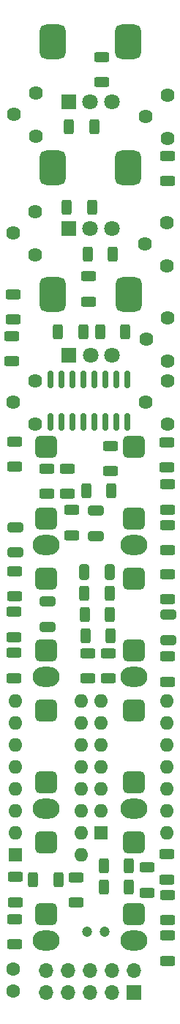
<source format=gbr>
%TF.GenerationSoftware,KiCad,Pcbnew,7.0.2*%
%TF.CreationDate,2023-06-12T17:36:46-04:00*%
%TF.ProjectId,as3340_no_mux,61733333-3430-45f6-9e6f-5f6d75782e6b,rev?*%
%TF.SameCoordinates,Original*%
%TF.FileFunction,Soldermask,Bot*%
%TF.FilePolarity,Negative*%
%FSLAX46Y46*%
G04 Gerber Fmt 4.6, Leading zero omitted, Abs format (unit mm)*
G04 Created by KiCad (PCBNEW 7.0.2) date 2023-06-12 17:36:46*
%MOMM*%
%LPD*%
G01*
G04 APERTURE LIST*
G04 Aperture macros list*
%AMRoundRect*
0 Rectangle with rounded corners*
0 $1 Rounding radius*
0 $2 $3 $4 $5 $6 $7 $8 $9 X,Y pos of 4 corners*
0 Add a 4 corners polygon primitive as box body*
4,1,4,$2,$3,$4,$5,$6,$7,$8,$9,$2,$3,0*
0 Add four circle primitives for the rounded corners*
1,1,$1+$1,$2,$3*
1,1,$1+$1,$4,$5*
1,1,$1+$1,$6,$7*
1,1,$1+$1,$8,$9*
0 Add four rect primitives between the rounded corners*
20,1,$1+$1,$2,$3,$4,$5,0*
20,1,$1+$1,$4,$5,$6,$7,0*
20,1,$1+$1,$6,$7,$8,$9,0*
20,1,$1+$1,$8,$9,$2,$3,0*%
G04 Aperture macros list end*
%ADD10O,3.100000X2.300000*%
%ADD11RoundRect,0.650000X-0.650000X-0.650000X0.650000X-0.650000X0.650000X0.650000X-0.650000X0.650000X0*%
%ADD12C,1.600000*%
%ADD13R,1.800000X1.800000*%
%ADD14C,1.800000*%
%ADD15RoundRect,0.750000X0.750000X-1.250000X0.750000X1.250000X-0.750000X1.250000X-0.750000X-1.250000X0*%
%ADD16RoundRect,0.250000X-0.312500X-0.625000X0.312500X-0.625000X0.312500X0.625000X-0.312500X0.625000X0*%
%ADD17RoundRect,0.250000X0.325000X0.650000X-0.325000X0.650000X-0.325000X-0.650000X0.325000X-0.650000X0*%
%ADD18C,1.620000*%
%ADD19RoundRect,0.250000X0.625000X-0.312500X0.625000X0.312500X-0.625000X0.312500X-0.625000X-0.312500X0*%
%ADD20RoundRect,0.250000X-0.625000X0.312500X-0.625000X-0.312500X0.625000X-0.312500X0.625000X0.312500X0*%
%ADD21RoundRect,0.250000X0.312500X0.625000X-0.312500X0.625000X-0.312500X-0.625000X0.312500X-0.625000X0*%
%ADD22R,1.600000X1.600000*%
%ADD23O,1.600000X1.600000*%
%ADD24RoundRect,0.150000X-0.150000X0.825000X-0.150000X-0.825000X0.150000X-0.825000X0.150000X0.825000X0*%
%ADD25RoundRect,0.250000X0.650000X-0.325000X0.650000X0.325000X-0.650000X0.325000X-0.650000X-0.325000X0*%
%ADD26R,1.700000X1.700000*%
%ADD27O,1.700000X1.700000*%
%ADD28RoundRect,0.250000X-0.650000X0.325000X-0.650000X-0.325000X0.650000X-0.325000X0.650000X0.325000X0*%
%ADD29C,1.200000*%
G04 APERTURE END LIST*
D10*
%TO.C,J15*%
X193040000Y-140716000D03*
D11*
X193040000Y-129316000D03*
X193040000Y-137616000D03*
%TD*%
D10*
%TO.C,J1*%
X182880000Y-125476000D03*
D11*
X182880000Y-114076000D03*
X182880000Y-122376000D03*
%TD*%
D10*
%TO.C,J5*%
X182880000Y-140716000D03*
D11*
X182880000Y-129316000D03*
X182880000Y-137616000D03*
%TD*%
D12*
%TO.C,D1*%
X179070000Y-146538000D03*
X179070000Y-144038000D03*
%TD*%
D10*
%TO.C,J2*%
X182880000Y-94996000D03*
D11*
X182880000Y-83596000D03*
X182880000Y-91896000D03*
%TD*%
D10*
%TO.C,J12*%
X193040000Y-94996000D03*
D11*
X193040000Y-83596000D03*
X193040000Y-91896000D03*
%TD*%
D13*
%TO.C,THONKY_FINE_CV1*%
X185500000Y-58420000D03*
D14*
X188000000Y-58420000D03*
X190500000Y-58420000D03*
D15*
X183600000Y-51420000D03*
X192400000Y-51420000D03*
%TD*%
D10*
%TO.C,J13*%
X193040000Y-110236000D03*
D11*
X193040000Y-98836000D03*
X193040000Y-107136000D03*
%TD*%
D10*
%TO.C,J4*%
X182880000Y-110236000D03*
D11*
X182880000Y-98836000D03*
X182880000Y-107136000D03*
%TD*%
D13*
%TO.C,THONKY_COURSE_CV1*%
X185500000Y-43775000D03*
D14*
X188000000Y-43775000D03*
X190500000Y-43775000D03*
D15*
X183600000Y-36775000D03*
X192400000Y-36775000D03*
%TD*%
D13*
%TO.C,THONKY_PWM1*%
X185505000Y-73040000D03*
D14*
X188005000Y-73040000D03*
X190505000Y-73040000D03*
D15*
X183605000Y-66040000D03*
X192405000Y-66040000D03*
%TD*%
D10*
%TO.C,J14*%
X193040000Y-125476000D03*
D11*
X193040000Y-114076000D03*
X193040000Y-122376000D03*
%TD*%
D16*
%TO.C,R46*%
X189545500Y-134493000D03*
X192470500Y-134493000D03*
%TD*%
D17*
%TO.C,C1*%
X190247800Y-98145600D03*
X187297800Y-98145600D03*
%TD*%
D18*
%TO.C,NOT_THOONKY_SineBiasTrim1*%
X181610000Y-75986000D03*
X179110000Y-78486000D03*
X181610000Y-80986000D03*
%TD*%
D19*
%TO.C,R60*%
X179120800Y-105653300D03*
X179120800Y-102728300D03*
%TD*%
D18*
%TO.C,NOT_THONKY_HF_TRACK1*%
X181665000Y-42712000D03*
X179165000Y-45212000D03*
X181665000Y-47712000D03*
%TD*%
D19*
%TO.C,R69*%
X196900800Y-101284500D03*
X196900800Y-98359500D03*
%TD*%
D16*
%TO.C,R6*%
X187665900Y-61366400D03*
X190590900Y-61366400D03*
%TD*%
D20*
%TO.C,R55*%
X179222400Y-83017900D03*
X179222400Y-85942900D03*
%TD*%
D16*
%TO.C,R34*%
X189139100Y-70307200D03*
X192064100Y-70307200D03*
%TD*%
D20*
%TO.C,R4*%
X196900800Y-140117100D03*
X196900800Y-143042100D03*
%TD*%
D19*
%TO.C,R58*%
X179120800Y-110377700D03*
X179120800Y-107452700D03*
%TD*%
D21*
%TO.C,R11*%
X190286100Y-103022400D03*
X187361100Y-103022400D03*
%TD*%
D20*
%TO.C,R25*%
X185826400Y-90942700D03*
X185826400Y-93867700D03*
%TD*%
%TO.C,R48*%
X179222400Y-98003900D03*
X179222400Y-100928900D03*
%TD*%
%TO.C,R37*%
X196951600Y-87996300D03*
X196951600Y-90921300D03*
%TD*%
D16*
%TO.C,R16*%
X185278300Y-55981600D03*
X188203300Y-55981600D03*
%TD*%
D22*
%TO.C,U4*%
X189230000Y-128270000D03*
D23*
X189230000Y-125730000D03*
X189230000Y-123190000D03*
X189230000Y-120650000D03*
X189230000Y-118110000D03*
X189230000Y-115570000D03*
X189230000Y-113030000D03*
X196850000Y-113030000D03*
X196850000Y-115570000D03*
X196850000Y-118110000D03*
X196850000Y-120650000D03*
X196850000Y-123190000D03*
X196850000Y-125730000D03*
X196850000Y-128270000D03*
%TD*%
D20*
%TO.C,R10*%
X196850000Y-83119500D03*
X196850000Y-86044500D03*
%TD*%
%TO.C,R20*%
X185369200Y-86167500D03*
X185369200Y-89092500D03*
%TD*%
D19*
%TO.C,R67*%
X196850000Y-133644100D03*
X196850000Y-130719100D03*
%TD*%
D24*
%TO.C,U1*%
X183388000Y-75822000D03*
X184658000Y-75822000D03*
X185928000Y-75822000D03*
X187198000Y-75822000D03*
X188468000Y-75822000D03*
X189738000Y-75822000D03*
X191008000Y-75822000D03*
X192278000Y-75822000D03*
X192278000Y-80772000D03*
X191008000Y-80772000D03*
X189738000Y-80772000D03*
X188468000Y-80772000D03*
X187198000Y-80772000D03*
X185928000Y-80772000D03*
X184658000Y-80772000D03*
X183388000Y-80772000D03*
%TD*%
D20*
%TO.C,R9*%
X186385200Y-133411500D03*
X186385200Y-136336500D03*
%TD*%
D19*
%TO.C,R26*%
X196951600Y-138368500D03*
X196951600Y-135443500D03*
%TD*%
D16*
%TO.C,R64*%
X187411900Y-105460800D03*
X190336900Y-105460800D03*
%TD*%
D20*
%TO.C,R19*%
X179222400Y-138237500D03*
X179222400Y-141162500D03*
%TD*%
%TO.C,R3*%
X190296800Y-83525900D03*
X190296800Y-86450900D03*
%TD*%
D18*
%TO.C,NOT_THINK_SineLevelTrim1*%
X196905000Y-75986000D03*
X194405000Y-78486000D03*
X196905000Y-80986000D03*
%TD*%
D20*
%TO.C,R54*%
X179070000Y-66010600D03*
X179070000Y-68935600D03*
%TD*%
D21*
%TO.C,R7*%
X190438500Y-88747600D03*
X187513500Y-88747600D03*
%TD*%
D20*
%TO.C,R2*%
X189280800Y-38567900D03*
X189280800Y-41492900D03*
%TD*%
D16*
%TO.C,R8*%
X185532300Y-46634400D03*
X188457300Y-46634400D03*
%TD*%
D18*
%TO.C,SW1*%
X196962400Y-68721600D03*
X194462400Y-71221600D03*
X196962400Y-73721600D03*
%TD*%
%TO.C,NOT_THONKY_SineShapeTrim1*%
X181610000Y-56428000D03*
X179110000Y-58928000D03*
X181610000Y-61428000D03*
%TD*%
D20*
%TO.C,R24*%
X182930800Y-86167500D03*
X182930800Y-89092500D03*
%TD*%
D25*
%TO.C,C2*%
X179324000Y-95861400D03*
X179324000Y-92911400D03*
%TD*%
D19*
%TO.C,R17*%
X194564000Y-135193500D03*
X194564000Y-132268500D03*
%TD*%
D16*
%TO.C,R12*%
X187310300Y-100584000D03*
X190235300Y-100584000D03*
%TD*%
D26*
%TO.C,J11*%
X193035000Y-146685000D03*
D27*
X193035000Y-144145000D03*
X190495000Y-146685000D03*
X190495000Y-144145000D03*
X187955000Y-146685000D03*
X187955000Y-144145000D03*
X185415000Y-146685000D03*
X185415000Y-144145000D03*
X182875000Y-146685000D03*
X182875000Y-144145000D03*
%TD*%
D28*
%TO.C,C7*%
X183083200Y-101496600D03*
X183083200Y-104446600D03*
%TD*%
D20*
%TO.C,R51*%
X178917600Y-70825900D03*
X178917600Y-73750900D03*
%TD*%
D21*
%TO.C,R36*%
X187187300Y-70307200D03*
X184262300Y-70307200D03*
%TD*%
D22*
%TO.C,U2*%
X179324000Y-130810000D03*
D23*
X179324000Y-128270000D03*
X179324000Y-125730000D03*
X179324000Y-123190000D03*
X179324000Y-120650000D03*
X179324000Y-118110000D03*
X179324000Y-115570000D03*
X179324000Y-113030000D03*
X186944000Y-113030000D03*
X186944000Y-115570000D03*
X186944000Y-118110000D03*
X186944000Y-120650000D03*
X186944000Y-123190000D03*
X186944000Y-125730000D03*
X186944000Y-128270000D03*
X186944000Y-130810000D03*
%TD*%
D16*
%TO.C,R40*%
X189545500Y-132080000D03*
X192470500Y-132080000D03*
%TD*%
D19*
%TO.C,R5*%
X196900800Y-52922900D03*
X196900800Y-49997900D03*
%TD*%
D18*
%TO.C,NOT+THINKY_CV1*%
X196905000Y-42966000D03*
X194405000Y-45466000D03*
X196905000Y-47966000D03*
%TD*%
D21*
%TO.C,R39*%
X184291700Y-133654800D03*
X181366700Y-133654800D03*
%TD*%
D20*
%TO.C,R68*%
X190093600Y-107503500D03*
X190093600Y-110428500D03*
%TD*%
%TO.C,R38*%
X179324000Y-133360700D03*
X179324000Y-136285700D03*
%TD*%
D28*
%TO.C,C9*%
X188620400Y-90981000D03*
X188620400Y-93931000D03*
%TD*%
D20*
%TO.C,R62*%
X187706000Y-107503500D03*
X187706000Y-110428500D03*
%TD*%
D18*
%TO.C,NOT_THINKY_TEMKO1*%
X196850000Y-57698000D03*
X194350000Y-60198000D03*
X196850000Y-62698000D03*
%TD*%
D28*
%TO.C,C3*%
X197002400Y-103020600D03*
X197002400Y-105970600D03*
%TD*%
D19*
%TO.C,R66*%
X196900800Y-110784100D03*
X196900800Y-107859100D03*
%TD*%
%TO.C,R1*%
X196900800Y-95594900D03*
X196900800Y-92669900D03*
%TD*%
D20*
%TO.C,R50*%
X187756800Y-63917100D03*
X187756800Y-66842100D03*
%TD*%
D29*
%TO.C,PolyStirene!C11*%
X189611000Y-139700000D03*
X187611000Y-139700000D03*
%TD*%
M02*

</source>
